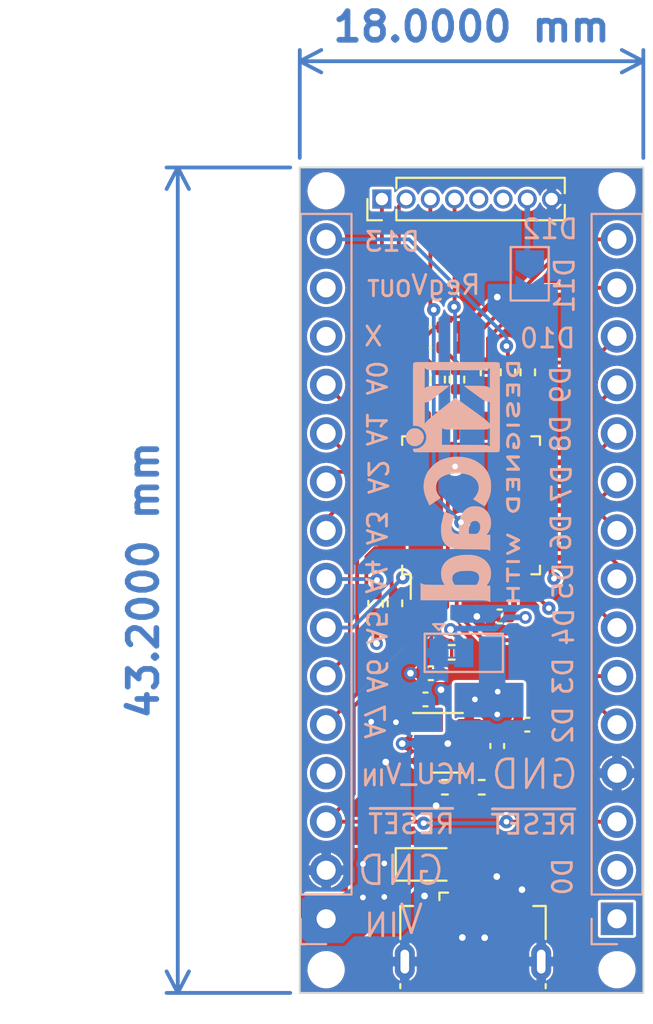
<source format=kicad_pcb>
(kicad_pcb (version 20221018) (generator pcbnew)
  (layers (0 "F.Cu" signal) (1 "In1.Cu" power "In1_GND.Cu") (2 "In2.Cu" signal) (31 "B.Cu" signal) (34 "B.Paste" user) (35 "F.Paste" user) (36 "B.SilkS" user "B.Silkscreen") (37 "F.SilkS" user "F.Silkscreen") (38 "B.Mask" user) (39 "F.Mask" user) (44 "Edge.Cuts" user))
  (net 0 "")
  (net 1 "/MCU_V_{IN}")
  (net 2 "GND")
  (net 3 "/V_{IN}")
  (net 4 "Net-(U301-ADJ)")
  (net 5 "/Regulator_V_{OUT}")
  (net 6 "/MCU_SWDCLK")
  (net 7 "/MCU_SWDIO")
  (net 8 "/MCU_SWO")
  (net 14 "/MCU/~{RESET}")
  (net 15 "/MCU/D1{slash}TX")
  (net 16 "/MCU/D0{slash}RX")
  (net 17 "/MCU/D2")
  (net 18 "/MCU/D3")
  (net 19 "/MCU/D4")
  (net 20 "/MCU/D5")
  (net 21 "/MCU/D6")
  (net 22 "/MCU/D7")
  (net 23 "/MCU/D8")
  (net 24 "/MCU/D9")
  (net 25 "/MCU/D10{slash}SPI_~{SS}")
  (net 26 "/MCU/D11{slash}MOSI")
  (net 27 "/MCU/D12{slash}MISO")
  (net 28 "/MCU/A7")
  (net 29 "/MCU/A6")
  (net 30 "/MCU/A5{slash}SCL")
  (net 31 "/MCU/A4{slash}SDA")
  (net 32 "/MCU/A3")
  (net 33 "/MCU/A2")
  (net 34 "/MCU/A1")
  (net 35 "/MCU/A0")
  (net 36 "/MCU/D13{slash}SCK")
  (net 37 "Net-(U201-P51)")
  (net 38 "Net-(U201-P50)")
  (net 43 "Net-(D101-A)")
  (net 47 "Net-(J105-Pin_7)")
  (net 48 "Net-(U201-P17)")
  (net 56 "/DEBUG_TX")
  (net 57 "/DEBUG_RX")
  (net 60 "Net-(D201-K)")
  (net 61 "Net-(D202-K)")
  (net 62 "/MCU/LED1")
  (net 63 "/MCU/LED2")
  (footprint "Connector_PinHeader_1.27mm:PinHeader_1x08_P1.27mm_Vertical" (layer "F.Cu") (at 94.615 50.3428 90)
    (fp_text reference "J105" hide)
    (fp_text value "Connection to DAPLink Board" hide)
    (pad "1" thru_hole rect (at 0 0 90) (size 1 1) (drill 0.65) (layers "*.Cu" "*.Mask") (net 56 "/DEBUG_TX"))
    (pad "2" thru_hole oval (at 0 1.27 90) (size 1 1) (drill 0.65) (layers "*.Cu" "*.Mask") (net 57 "/DEBUG_RX"))
    (pad "3" thru_hole oval (at 0 2.54 90) (size 1 1) (drill 0.65) (layers "*.Cu" "*.Mask") (net 6 "/MCU_SWDCLK"))
    (pad "4" thru_hole oval (at 0 3.81 90) (size 1 1) (drill 0.65) (layers "*.Cu" "*.Mask") (net 7 "/MCU_SWDIO"))
    (pad "5" thru_hole oval (at 0 5.08 90) (size 1 1) (drill 0.65) (layers "*.Cu" "*.Mask") (net 8 "/MCU_SWO"))
    (pad "6" thru_hole oval (at 0 6.35 90) (size 1 1) (drill 0.65) (layers "*.Cu" "*.Mask") (net 1 "/MCU_V_{IN}"))
    (pad "7" thru_hole oval (at 0 7.62 90) (size 1 1) (drill 0.65) (layers "*.Cu" "*.Mask") (net 47 "Net-(J105-Pin_7)"))
    (pad "8" thru_hole oval (at 0 8.89 90) (size 1 1) (drill 0.65) (layers "*.Cu" "*.Mask") (net 2 "GND"))
  )
  (footprint "Resistor_SMD:R_0402_1005Metric" (layer "F.Cu") (at 98.2726 74.0664)
    (fp_text reference "R201" hide)
    (fp_text value "100K" hide)
    (pad "1" smd roundrect (at -0.51 0) (size 0.54 0.64) (layers "F.Cu" "F.Paste" "F.Mask") (net 14 "/MCU/~{RESET}"))
    (pad "2" smd roundrect (at 0.51 0) (size 0.54 0.64) (layers "F.Cu" "F.Paste" "F.Mask") (net 1 "/MCU_V_{IN}"))
  )
  (footprint "Resistor_SMD:R_0402_1005Metric" (layer "F.Cu") (at 102.2604 59.4106 -90)
    (fp_text reference "R203" hide)
    (fp_text value "0R" hide)
    (pad "1" smd roundrect (at -0.51 0 270) (size 0.54 0.64) (layers "F.Cu" "F.Paste" "F.Mask") (net 25 "/MCU/D10{slash}SPI_~{SS}"))
    (pad "2" smd roundrect (at 0.51 0 270) (size 0.54 0.64) (layers "F.Cu" "F.Paste" "F.Mask") (net 38 "Net-(U201-P50)"))
  )
  (footprint "Capacitor_SMD:C_0402_1005Metric" (layer "F.Cu") (at 100.6602 78.9686 -90)
    (fp_text reference "C303" hide)
    (fp_text value "390pF" hide)
    (pad "1" smd roundrect (at -0.48 0 270) (size 0.56 0.62) (layers "F.Cu" "F.Paste" "F.Mask") (net 5 "/Regulator_V_{OUT}"))
    (pad "2" smd roundrect (at 0.48 0 270) (size 0.56 0.62) (layers "F.Cu" "F.Paste" "F.Mask") (net 4 "Net-(U301-ADJ)"))
  )
  (footprint "IotPi_ArduinoNanoMountingHoles:ArduinoNano_MountingHole" (layer "F.Cu") (at 106.934 49.911)
    (fp_text reference "H102" hide)
    (fp_text value "MountingHole" hide)
    (pad "" np_thru_hole circle locked (at 0 0) (size 1.651 1.651) (drill 1.651) (layers "F&B.Cu" "*.Mask"))
  )
  (footprint "Resistor_SMD:R_0402_1005Metric" (layer "F.Cu") (at 99.8474 81.1276)
    (fp_text reference "R301" hide)
    (fp_text value "56K2" hide)
    (pad "1" smd roundrect (at -0.51 0) (size 0.54 0.64) (layers "F.Cu" "F.Paste" "F.Mask") (net 4 "Net-(U301-ADJ)"))
    (pad "2" smd roundrect (at 0.51 0) (size 0.54 0.64) (layers "F.Cu" "F.Paste" "F.Mask") (net 5 "/Regulator_V_{OUT}"))
  )
  (footprint "Capacitor_SMD:C_0402_1005Metric" (layer "F.Cu") (at 97.1804 75.1586 180)
    (fp_text reference "C201" hide)
    (fp_text value "0.1u" hide)
    (pad "1" smd roundrect (at -0.48 0 180) (size 0.56 0.62) (layers "F.Cu" "F.Paste" "F.Mask") (net 14 "/MCU/~{RESET}"))
    (pad "2" smd roundrect (at 0.48 0 180) (size 0.56 0.62) (layers "F.Cu" "F.Paste" "F.Mask") (net 2 "GND"))
  )
  (footprint "Resistor_SMD:R_0402_1005Metric" (layer "F.Cu") (at 94.2848 71.5264 -90)
    (fp_text reference "R205" hide)
    (fp_text value "2K" hide)
    (pad "1" smd roundrect (at -0.51 0 270) (size 0.54 0.64) (layers "F.Cu" "F.Paste" "F.Mask") (net 31 "/MCU/A4{slash}SDA"))
    (pad "2" smd roundrect (at 0.51 0 270) (size 0.54 0.64) (layers "F.Cu" "F.Paste" "F.Mask") (net 1 "/MCU_V_{IN}"))
  )
  (footprint "Resistor_SMD:R_0402_1005Metric" (layer "F.Cu") (at 98.552 59.7916 -90)
    (fp_text reference "R208" hide)
    (fp_text value "200R" hide)
    (pad "1" smd roundrect (at -0.51 0 270) (size 0.54 0.64) (layers "F.Cu" "F.Paste" "F.Mask") (net 61 "Net-(D202-K)"))
    (pad "2" smd roundrect (at 0.51 0 270) (size 0.54 0.64) (layers "F.Cu" "F.Paste" "F.Mask") (net 63 "/MCU/LED2"))
  )
  (footprint "Package_QFP:LQFP-48_7x7mm_P0.5mm" (layer "F.Cu") (at 99.2886 66.3702 90)
    (fp_text reference "U201" hide)
    (fp_text value "CMS32L051LQ48" hide)
    (pad "1" smd roundrect (at -4.1625 -2.75 90) (size 1.475 0.3) (layers "F.Cu" "F.Paste" "F.Mask"))
    (pad "2" smd roundrect (at -4.1625 -2.25 90) (size 1.475 0.3) (layers "F.Cu" "F.Paste" "F.Mask"))
    (pad "3" smd roundrect (at -4.1625 -1.75 90) (size 1.475 0.3) (layers "F.Cu" "F.Paste" "F.Mask") (net 7 "/MCU_SWDIO"))
    (pad "4" smd roundrect (at -4.1625 -1.25 90) (size 1.475 0.3) (layers "F.Cu" "F.Paste" "F.Mask") (net 14 "/MCU/~{RESET}"))
    (pad "5" smd roundrect (at -4.1625 -0.75 90) (size 1.475 0.3) (layers "F.Cu" "F.Paste" "F.Mask") (net 17 "/MCU/D2"))
    (pad "6" smd roundrect (at -4.1625 -0.25 90) (size 1.475 0.3) (layers "F.Cu" "F.Paste" "F.Mask"))
    (pad "7" smd roundrect (at -4.1625 0.25 90) (size 1.475 0.3) (layers "F.Cu" "F.Paste" "F.Mask") (net 6 "/MCU_SWDCLK"))
    (pad "8" smd roundrect (at -4.1625 0.75 90) (size 1.475 0.3) (layers "F.Cu" "F.Paste" "F.Mask"))
    (pad "9" smd roundrect (at -4.1625 1.25 90) (size 1.475 0.3) (layers "F.Cu" "F.Paste" "F.Mask"))
    (pad "10" smd roundrect (at -4.1625 1.75 90) (size 1.475 0.3) (layers "F.Cu" "F.Paste" "F.Mask") (net 2 "GND"))
    (pad "11" smd roundrect (at -4.1625 2.25 90) (size 1.475 0.3) (layers "F.Cu" "F.Paste" "F.Mask") (net 1 "/MCU_V_{IN}"))
    (pad "12" smd roundrect (at -4.1625 2.75 90) (size 1.475 0.3) (layers "F.Cu" "F.Paste" "F.Mask"))
    (pad "13" smd roundrect (at -2.75 4.1625 90) (size 0.3 1.475) (layers "F.Cu" "F.Paste" "F.Mask") (net 16 "/MCU/D0{slash}RX"))
    (pad "14" smd roundrect (at -2.25 4.1625 90) (size 0.3 1.475) (layers "F.Cu" "F.Paste" "F.Mask") (net 15 "/MCU/D1{slash}TX"))
    (pad "15" smd roundrect (at -1.75 4.1625 90) (size 0.3 1.475) (layers "F.Cu" "F.Paste" "F.Mask") (net 18 "/MCU/D3"))
    (pad "16" smd roundrect (at -1.25 4.1625 90) (size 0.3 1.475) (layers "F.Cu" "F.Paste" "F.Mask") (net 19 "/MCU/D4"))
    (pad "17" smd roundrect (at -0.75 4.1625 90) (size 0.3 1.475) (layers "F.Cu" "F.Paste" "F.Mask") (net 20 "/MCU/D5"))
    (pad "18" smd roundrect (at -0.25 4.1625 90) (size 0.3 1.475) (layers "F.Cu" "F.Paste" "F.Mask") (net 21 "/MCU/D6"))
    (pad "19" smd roundrect (at 0.25 4.1625 90) (size 0.3 1.475) (layers "F.Cu" "F.Paste" "F.Mask") (net 22 "/MCU/D7"))
    (pad "20" smd roundrect (at 0.75 4.1625 90) (size 0.3 1.475) (layers "F.Cu" "F.Paste" "F.Mask") (net 23 "/MCU/D8"))
    (pad "21" smd roundrect (at 1.25 4.1625 90) (size 0.3 1.475) (layers "F.Cu" "F.Paste" "F.Mask") (net 24 "/MCU/D9"))
    (pad "22" smd roundrect (at 1.75 4.1625 90) (size 0.3 1.475) (layers "F.Cu" "F.Paste" "F.Mask"))
    (pad "23" smd roundrect (at 2.25 4.1625 90) (size 0.3 1.475) (layers "F.Cu" "F.Paste" "F.Mask"))
    (pad "24" smd roundrect (at 2.75 4.1625 90) (size 0.3 1.475) (layers "F.Cu" "F.Paste" "F.Mask"))
    (pad "25" smd roundrect (at 4.1625 2.75 90) (size 1.475 0.3) (layers "F.Cu" "F.Paste" "F.Mask") (net 38 "Net-(U201-P50)"))
    (pad "26" smd roundrect (at 4.1625 2.25 90) (size 1.475 0.3) (layers "F.Cu" "F.Paste" "F.Mask") (net 37 "Net-(U201-P51)"))
    (pad "27" smd roundrect (at 4.1625 1.75 90) (size 1.475 0.3) (layers "F.Cu" "F.Paste" "F.Mask") (net 48 "Net-(U201-P17)"))
    (pad "28" smd roundrect (at 4.1625 1.25 90) (size 1.475 0.3) (layers "F.Cu" "F.Paste" "F.Mask") (net 27 "/MCU/D12{slash}MISO"))
    (pad "29" smd roundrect (at 4.1625 0.75 90) (size 1.475 0.3) (layers "F.Cu" "F.Paste" "F.Mask"))
    (pad "30" smd roundrect (at 4.1625 0.25 90) (size 1.475 0.3) (layers "F.Cu" "F.Paste" "F.Mask"))
    (pad "31" smd roundrect (at 4.1625 -0.25 90) (size 1.475 0.3) (layers "F.Cu" "F.Paste" "F.Mask"))
    (pad "32" smd roundrect (at 4.1625 -0.75 90) (size 1.475 0.3) (layers "F.Cu" "F.Paste" "F.Mask"))
    (pad "33" smd roundrect (at 4.1625 -1.25 90) (size 1.475 0.3) (layers "F.Cu" "F.Paste" "F.Mask") (net 63 "/MCU/LED2"))
    (pad "34" smd roundrect (at 4.1625 -1.75 90) (size 1.475 0.3) (layers "F.Cu" "F.Paste" "F.Mask") (net 62 "/MCU/LED1"))
    (pad "35" smd roundrect (at 4.1625 -2.25 90) (size 1.475 0.3) (layers "F.Cu" "F.Paste" "F.Mask") (net 57 "/DEBUG_RX"))
    (pad "36" smd roundrect (at 4.1625 -2.75 90) (size 1.475 0.3) (layers "F.Cu" "F.Paste" "F.Mask") (net 56 "/DEBUG_TX"))
    (pad "37" smd roundrect (at 2.75 -4.1625 90) (size 0.3 1.475) (layers "F.Cu" "F.Paste" "F.Mask") (net 35 "/MCU/A0"))
    (pad "38" smd roundrect (at 2.25 -4.1625 90) (size 0.3 1.475) (layers "F.Cu" "F.Paste" "F.Mask") (net 34 "/MCU/A1"))
    (pad "39" smd roundrect (at 1.75 -4.1625 90) (size 0.3 1.475) (layers "F.Cu" "F.Paste" "F.Mask") (net 33 "/MCU/A2"))
    (pad "40" smd roundrect (at 1.25 -4.1625 90) (size 0.3 1.475) (layers "F.Cu" "F.Paste" "F.Mask") (net 32 "/MCU/A3"))
    (pad "41" smd roundrect (at 0.75 -4.1625 90) (size 0.3 1.475) (layers "F.Cu" "F.Paste" "F.Mask") (net 29 "/MCU/A6"))
    (pad "42" smd roundrect (at 0.25 -4.1625 90) (size 0.3 1.475) (layers "F.Cu" "F.Paste" "F.Mask") (net 28 "/MCU/A7"))
    (pad "43" smd roundrect (at -0.25 -4.1625 90) (size 0.3 1.475) (layers "F.Cu" "F.Paste" "F.Mask"))
    (pad "44" smd roundrect (at -0.75 -4.1625 90) (size 0.3 1.475) (layers "F.Cu" "F.Paste" "F.Mask"))
    (pad "45" smd roundrect (at -1.25 -4.1625 90) (size 0.3 1.475) (layers "F.Cu" "F.Paste" "F.Mask"))
    (pad "46" smd roundrect (at -1.75 -4.1625 90) (size 0.3 1.475) (layers "F.Cu" "F.Paste" "F.Mask"))
    (pad "47" smd roundrect (at -2.25 -4.1625 90) (size 0.3 1.475) (layers "F.Cu" "F.Paste" "F.Mask") (net 31 "/MCU/A4{slash}SDA"))
    (pad "48" smd roundrect (at -2.75 -4.1625 90) (size 0.3 1.475) (layers "F.Cu" "F.Paste" "F.Mask") (net 30 "/MCU/A5{slash}SCL"))
  )
  (footprint "Resistor_SMD:R_0402_1005Metric" (layer "F.Cu") (at 97.917 81.1276 180)
    (fp_text reference "R302" hide)
    (fp_text value "18K" hide)
    (pad "1" smd roundrect (at -0.51 0 180) (size 0.54 0.64) (layers "F.Cu" "F.Paste" "F.Mask") (net 4 "Net-(U301-ADJ)"))
    (pad "2" smd roundrect (at 0.51 0 180) (size 0.54 0.64) (layers "F.Cu" "F.Paste" "F.Mask") (net 2 "GND"))
  )
  (footprint "Resistor_SMD:R_0402_1005Metric" (layer "F.Cu") (at 101.219 59.4106 -90)
    (fp_text reference "R202" hide)
    (fp_text value "0R" hide)
    (pad "1" smd roundrect (at -0.51 0 270) (size 0.54 0.64) (layers "F.Cu" "F.Paste" "F.Mask") (net 36 "/MCU/D13{slash}SCK"))
    (pad "2" smd roundrect (at 0.51 0 270) (size 0.54 0.64) (layers "F.Cu" "F.Paste" "F.Mask") (net 37 "Net-(U201-P51)"))
  )
  (footprint "LED_SMD:LED_0402_1005Metric" (layer "F.Cu") (at 98.2472 58.1152)
    (fp_text reference "D202" hide)
    (fp_text value "LED" hide)
    (pad "1" smd roundrect (at -0.485 0) (size 0.59 0.64) (layers "F.Cu" "F.Paste" "F.Mask") (net 61 "Net-(D202-K)"))
    (pad "2" smd roundrect (at 0.485 0) (size 0.59 0.64) (layers "F.Cu" "F.Paste" "F.Mask") (net 3 "/V_{IN}"))
  )
  (footprint "Capacitor_SMD:C_0402_1005Metric" (layer "F.Cu") (at 100.7872 72.1868 180)
    (fp_text reference "C101" hide)
    (fp_text value "0.1u" hide)
    (pad "1" smd roundrect (at -0.48 0 180) (size 0.56 0.62) (layers "F.Cu" "F.Paste" "F.Mask") (net 1 "/MCU_V_{IN}"))
    (pad "2" smd roundrect (at 0.48 0 180) (size 0.56 0.62) (layers "F.Cu" "F.Paste" "F.Mask") (net 2 "GND"))
  )
  (footprint "IotPi_ArduinoNanoMountingHoles:ArduinoNano_MountingHole" (layer "F.Cu") (at 91.694 49.911)
    (fp_text reference "H101" hide)
    (fp_text value "MountingHole" hide)
    (pad "" np_thru_hole circle locked (at 0 0) (size 1.651 1.651) (drill 1.651) (layers "F&B.Cu" "*.Mask"))
  )
  (footprint "Resistor_SMD:R_0402_1005Metric" (layer "F.Cu") (at 95.3008 71.501 -90)
    (fp_text reference "R206" hide)
    (fp_text value "2K" hide)
    (pad "1" smd roundrect (at -0.51 0 270) (size 0.54 0.64) (layers "F.Cu" "F.Paste" "F.Mask") (net 30 "/MCU/A5{slash}SCL"))
    (pad "2" smd roundrect (at 0.51 0 270) (size 0.54 0.64) (layers "F.Cu" "F.Paste" "F.Mask") (net 1 "/MCU_V_{IN}"))
  )
  (footprint "IotPi_ArduinoNanoMountingHoles:ArduinoNano_MountingHole" (layer "F.Cu") (at 91.694 90.678)
    (fp_text reference "H103" hide)
    (fp_text value "MountingHole" hide)
    (pad "" np_thru_hole circle locked (at 0 0) (size 1.651 1.651) (drill 1.651) (layers "F&B.Cu" "*.Mask"))
  )
  (footprint "Resistor_SMD:R_0402_1005Metric" (layer "F.Cu") (at 100.1776 59.4106 -90)
    (fp_text reference "R204" hide)
    (fp_text value "0R" hide)
    (pad "1" smd roundrect (at -0.51 0 270) (size 0.54 0.64) (layers "F.Cu" "F.Paste" "F.Mask") (net 26 "/MCU/D11{slash}MOSI"))
    (pad "2" smd roundrect (at 0.51 0 270) (size 0.54 0.64) (layers "F.Cu" "F.Paste" "F.Mask") (net 48 "Net-(U201-P17)"))
  )
  (footprint "LED_SMD:LED_0402_1005Metric" (layer "F.Cu") (at 98.2472 57.0484)
    (fp_text reference "D201" hide)
    (fp_text value "LED" hide)
    (pad "1" smd roundrect (at -0.485 0) (size 0.59 0.64) (layers "F.Cu" "F.Paste" "F.Mask") (net 60 "Net-(D201-K)"))
    (pad "2" smd roundrect (at 0.485 0) (size 0.59 0.64) (layers "F.Cu" "F.Paste" "F.Mask") (net 3 "/V_{IN}"))
  )
  (footprint "IotPi_ArduinoNanoMountingHoles:ArduinoNano_MountingHole" (layer "F.Cu") (at 106.934 90.678)
    (fp_text reference "H104" hide)
    (fp_text value "MountingHole" hide)
    (pad "" np_thru_hole circle locked (at 0 0) (size 1.651 1.651) (drill 1.651) (layers "F&B.Cu" "*.Mask"))
  )
  (footprint "Package_TO_SOT_SMD:SOT-23-5" (layer "F.Cu") (at 98.0535 78.802)
    (fp_text reference "U301" hide)
    (fp_text value "AP2127K-ADJ" hide)
    (pad "1" smd roundrect (at -1.1375 -0.95) (size 1.325 0.6) (layers "F.Cu" "F.Paste" "F.Mask") (net 3 "/V_{IN}"))
    (pad "2" smd roundrect (at -1.1375 0) (size 1.325 0.6) (layers "F.Cu" "F.Paste" "F.Mask") (net 2 "GND"))
    (pad "3" smd roundrect (at -1.1375 0.95) (size 1.325 0.6) (layers "F.Cu" "F.Paste" "F.Mask") (net 3 "/V_{IN}"))
    (pad "4" smd roundrect (at 1.1375 0.95) (size 1.325 0.6) (layers "F.Cu" "F.Paste" "F.Mask") (net 4 "Net-(U301-ADJ)"))
    (pad "5" smd roundrect (at 1.1375 -0.95) (size 1.325 0.6) (layers "F.Cu" "F.Paste" "F.Mask") (net 5 "/Regulator_V_{OUT}"))
  )
  (footprint "Connector_USB:USB_Micro-B_GCT_USB3076-30-A" (layer "F.Cu") (at 99.3902 89.0524)
    (fp_text reference "J103" hide)
    (fp_text value "USB_B_Micro" hide)
    (pad "1" smd rect (at -1.3 -1.45) (size 0.4 1.4) (layers "F.Cu" "F.Paste" "F.Mask") (net 43 "Net-(D101-A)"))
    (pad "2" smd rect (at -0.65 -1.45) (size 0.4 1.4) (layers "F.Cu" "F.Paste" "F.Mask"))
    (pad "3" smd rect (at 0 -1.45) (size 0.4 1.4) (layers "F.Cu" "F.Paste" "F.Mask"))
    (pad "4" smd rect (at 0.65 -1.45) (size 0.4 1.4) (layers "F.Cu" "F.Paste" "F.Mask"))
    (pad "5" smd rect (at 1.3 -1.45) (size 0.4 1.4) (layers "F.Cu" "F.Paste" "F.Mask") (net 2 "GND"))
    (pad "6" thru_hole oval (at -3.575 1.2 180) (size 1.05 1.9) (drill oval 0.45 1.25) (layers "*.Cu" "*.Mask") (net 2 "GND"))
    (pad "6" smd rect (at -2.32 -1.03) (size 1.15 1.45) (layers "F.Cu" "F.Paste" "F.Mask") (net 2 "GND"))
    (pad "6" smd rect (at -1.125 1.2) (size 1.75 1.9) (layers "F.Cu" "F.Paste" "F.Mask") (net 2 "GND"))
    (pad "6" smd rect (at 1.125 1.2) (size 1.75 1.9) (layers "F.Cu" "F.Paste" "F.Mask") (net 2 "GND"))
    (pad "6" smd rect (at 2.32 -1.03) (size 1.15 1.45) (layers "F.Cu" "F.Paste" "F.Mask") (net 2 "GND"))
    (pad "6" thru_hole oval (at 3.575 1.2) (size 1.05 1.9) (drill oval 0.45 1.25) (layers "*.Cu" "*.Mask") (net 2 "GND"))
  )
  (footprint "Capacitor_SMD:C_0402_1005Metric" (layer "F.Cu") (at 96.901 76.5302)
    (fp_text reference "C301" hide)
    (fp_text value "1uF" hide)
    (pad "1" smd roundrect (at -0.48 0) (size 0.56 0.62) (layers "F.Cu" "F.Paste" "F.Mask") (net 3 "/V_{IN}"))
    (pad "2" smd roundrect (at 0.48 0) (size 0.56 0.62) (layers "F.Cu" "F.Paste" "F.Mask") (net 2 "GND"))
  )
  (footprint "Resistor_SMD:R_0402_1005Metric" (layer "F.Cu") (at 97.536 59.7916 -90)
    (fp_text reference "R207" hide)
    (fp_text value "200R" hide)
    (pad "1" smd roundrect (at -0.51 0 270) (size 0.54 0.64) (layers "F.Cu" "F.Paste" "F.Mask") (net 60 "Net-(D201-K)"))
    (pad "2" smd roundrect (at 0.51 0 270) (size 0.54 0.64) (layers "F.Cu" "F.Paste" "F.Mask") (net 62 "/MCU/LED1"))
  )
  (footprint "Capacitor_SMD:C_0402_1005Metric" (layer "F.Cu") (at 102.235 77.851)
    (fp_text reference "C302" hide)
    (fp_text value "1uF X5R or X7R MLCC" hide)
    (pad "1" smd roundrect (at -0.48 0) (size 0.56 0.62) (layers "F.Cu" "F.Paste" "F.Mask") (net 5 "/Regulator_V_{OUT}"))
    (pad "2" smd roundrect (at 0.48 0) (size 0.56 0.62) (layers "F.Cu" "F.Paste" "F.Mask") (net 2 "GND"))
  )
  (footprint "Diode_SMD:D_SOD-323" (layer "F.Cu") (at 96.9518 85.1662)
    (fp_text reference "D101" hide)
    (fp_text value "1N5819WS" hide)
    (pad "1" smd roundrect (at -1.05 0) (size 0.6 0.45) (layers "F.Cu" "F.Paste" "F.Mask") (net 3 "/V_{IN}"))
    (pad "2" smd roundrect (at 1.05 0) (size 0.6 0.45) (layers "F.Cu" "F.Paste" "F.Mask") (net 43 "Net-(D101-A)"))
  )
  (footprint "Connector_PinHeader_2.54mm:PinHeader_1x15_P2.54mm_Vertical" (layer "B.Cu") (at 106.934 88.011)
    (fp_text reference "J101" hide)
    (fp_text value "Board Pin" hide)
    (pad "1" thru_hole rect locked (at 0 0) (size 1.7 1.7) (drill 1) (layers "*.Cu" "*.Mask") (net 15 "/MCU/D1{slash}TX"))
    (pad "2" thru_hole oval locked (at 0 -2.54) (size 1.7 1.7) (drill 1) (layers "*.Cu" "*.Mask") (net 16 "/MCU/D0{slash}RX"))
    (pad "3" thru_hole oval locked (at 0 -5.08) (size 1.7 1.7) (drill 1) (layers "*.Cu" "*.Mask") (net 14 "/MCU/~{RESET}"))
    (pad "4" thru_hole oval locked (at 0 -7.62) (size 1.7 1.7) (drill 1) (layers "*.Cu" "*.Mask") (net 2 "GND"))
    (pad "5" thru_hole oval locked (at 0 -10.16) (size 1.7 1.7) (drill 1) (layers "*.Cu" "*.Mask") (net 17 "/MCU/D2"))
    (pad "6" thru_hole oval locked (at 0 -12.7) (size 1.7 1.7) (drill 1) (layers "*.Cu" "*.Mask") (net 18 "/MCU/D3"))
    (pad "7" thru_hole oval locked (at 0 -15.24) (size 1.7 1.7) (drill 1) (layers "*.Cu" "*.Mask") (net 19 "/MCU/D4"))
    (pad "8" thru_hole oval locked (at 0 -17.78) (size 1.7 1.7) (drill 1) (layers "*.Cu" "*.Mask") (net 20 "/MCU/D5"))
    (pad "9" thru_hole oval locked (at 0 -20.32) (size 1.7 1.7) (drill 1) (layers "*.Cu" "*.Mask") (net 21 "/MCU/D6"))
    (pad "10" thru_hole oval locked (at 0 -22.86) (size 1.7 1.7) (drill 1) (layers "*.Cu" "*.Mask") (net 22 "/MCU/D7"))
    (pad "11" thru_hole oval locked (at 0 -25.4) (size 1.7 1.7) (drill 1) (layers "*.Cu" "*.Mask") (net 23 "/MCU/D8"))
    (pad "12" thru_hole oval locked (at 0 -27.94) (size 1.7 1.7) (drill 1) (layers "*.Cu" "*.Mask") (net 24 "/MCU/D9"))
    (pad "13" thru_hole oval locked (at 0 -30.48) (size 1.7 1.7) (drill 1) (layers "*.Cu" "*.Mask") (net 25 "/MCU/D10{slash}SPI_~{SS}"))
    (pad "14" thru_hole oval locked (at 0 -33.02) (size 1.7 1.7) (drill 1) (layers "*.Cu" "*.Mask") (net 26 "/MCU/D11{slash}MOSI"))
    (pad "15" thru_hole oval locked (at 0 -35.56) (size 1.7 1.7) (drill 1) (layers "*.Cu" "*.Mask") (net 27 "/MCU/D12{slash}MISO"))
  )
  (footprint "Connector_PinHeader_2.54mm:PinHeader_1x15_P2.54mm_Vertical" (layer "B.Cu") (at 91.694 88.011)
    (fp_text reference "J102" hide)
    (fp_text value "Board Pin" hide)
    (pad "1" thru_hole rect locked (at 0 0) (size 1.7 1.7) (drill 1) (layers "*.Cu" "*.Mask") (net 3 "/V_{IN}"))
    (pad "2" thru_hole oval locked (at 0 -2.54) (size 1.7 1.7) (drill 1) (layers "*.Cu" "*.Mask") (net 2 "GND"))
    (pad "3" thru_hole oval locked (at 0 -5.08) (size 1.7 1.7) (drill 1) (layers "*.Cu" "*.Mask") (net 14 "/MCU/~{RESET}"))
    (pad "4" thru_hole oval locked (at 0 -7.62) (size 1.7 1.7) (drill 1) (layers "*.Cu" "*.Mask") (net 1 "/MCU_V_{IN}"))
    (pad "5" thru_hole oval locked (at 0 -10.16) (size 1.7 1.7) (drill 1) (layers "*.Cu" "*.Mask") (net 28 "/MCU/A7"))
    (pad "6" thru_hole oval locked (at 0 -12.7) (size 1.7 1.7) (drill 1) (layers "*.Cu" "*.Mask") (net 29 "/MCU/A6"))
    (pad "7" thru_hole oval locked (at 0 -15.24) (size 1.7 1.7) (drill 1) (layers "*.Cu" "*.Mask") (net 30 "/MCU/A5{slash}SCL"))
    (pad "8" thru_hole oval locked (at 0 -17.78) (size 1.7 1.7) (drill 1) (layers "*.Cu" "*.Mask") (net 31 "/MCU/A4{slash}SDA"))
    (pad "9" thru_hole oval locked (at 0 -20.32) (size 1.7 1.7) (drill 1) (layers "*.Cu" "*.Mask") (net 32 "/MCU/A3"))
    (pad "10" thru_hole oval locked (at 0 -22.86) (size 1.7 1.7) (drill 1) (layers "*.Cu" "*.Mask") (net 33 "/MCU/A2"))
    (pad "11" thru_hole oval locked (at 0 -25.4) (size 1.7 1.7) (drill 1) (layers "*.Cu" "*.Mask") (net 34 "/MCU/A1"))
    (pad "12" thru_hole oval locked (at 0 -27.94) (size 1.7 1.7) (drill 1) (layers "*.Cu" "*.Mask") (net 35 "/MCU/A0"))
    (pad "13" thru_hole oval locked (at 0 -30.48) (size 1.7 1.7) (drill 1) (layers "*.Cu" "*.Mask"))
    (pad "14" thru_hole oval locked (at 0 -33.02) (size 1.7 1.7) (drill 1) (layers "*.Cu" "*.Mask") (net 5 "/Regulator_V_{OUT}"))
    (pad "15" thru_hole oval locked (at 0 -35.56) (size 1.7 1.7) (drill 1) (layers "*.Cu" "*.Mask") (net 36 "/MCU/D13{slash}SCK"))
  )
  (footprint "Symbol:KiCad-Logo2_5mm_SilkScreen" (layer "B.Cu") (at 98.8568 65.151 -90)
    (fp_text reference "REF**" hide)
    (fp_text value "KiCad-Logo2_5mm_SilkScreen" hide)
  )
  (footprint "Jumper:SolderJumper-3_P1.3mm_Bridged2Bar12_Pad1.0x1.5mm" (layer "B.Cu") (at 98.9076 74.0918)
    (fp_text reference "JP101" hide)
    (fp_text value "V_{IN} Jumper" hide)
    (fp_poly (pts (xy -0.9 -0.2) (xy -0.4 -0.2) (xy -0.4 -0.6) (xy -0.9 -0.6)) (fill solid) (layer "B.Cu"))
    (fp_poly (pts (xy -0.9 0.6) (xy -0.4 0.6) (xy -0.4 0.2) (xy -0.9 0.2)) (fill solid) (layer "B.Cu"))
    (pad "1" smd rect (at -1.3 0) (size 1 1.5) (layers "B.Cu" "B.Mask") (net 3 "/V_{IN}"))
    (pad "2" smd rect (at 0 0) (size 1 1.5) (layers "B.Cu" "B.Mask") (net 1 "/MCU_V_{IN}"))
    (pad "3" smd rect (at 1.3 0) (size 1 1.5) (layers "B.Cu" "B.Mask") (net 5 "/Regulator_V_{OUT}"))
  )
  (footprint "Jumper:SolderJumper-2_P1.3mm_Open_TrianglePad1.0x1.5mm" (layer "B.Cu") (at 102.362 54.2544 -90)
    (fp_text reference "JP102" hide)
    (fp_text value "SWDIO Jumper" hide)
    (pad "1" smd custom (at -0.725 0 270) (size 0.3 0.3) (layers "B.Cu" "B.Mask") (net 47 "Net-(J105-Pin_7)") (options (clearance outline) (anchor rect)) (primitives (gr_poly (pts (xy 1 0) (xy 0.5 -0.75) (xy -0.5 -0.75) (xy -0.5 0.75) (xy 0.5 0.75)) (width 0) (fill yes))))
    (pad "2" smd custom (at 0.725 0 270) (size 0.3 0.3) (layers "B.Cu" "B.Mask") (net 3 "/V_{IN}") (options (clearance outline) (anchor rect)) (primitives (gr_poly (pts (xy 0.5 -0.75) (xy -0.65 -0.75) (xy -0.15 0) (xy -0.65 0.75) (xy 0.5 0.75)) (width 0) (fill yes))))
  )
  (gr_rect locked (start 90.314 48.691) (end 108.314 91.891) (stroke (width 0.1)) (fill none) (layer "Edge.Cuts"))
  (gr_text "D0" (at 104.6734 84.7344 90) (layer "B.SilkS") (effects (font (size 1 1)) (justify left bottom mirror)))
  (gr_text "D2" (at 104.6988 76.8096 90) (layer "B.SilkS") (effects (font (size 1 1)) (justify left bottom mirror)))
  (gr_text "GND" (at 105.0036 81.3308) (layer "B.SilkS") (effects (font (size 1.5 1.5)) (justify left bottom mirror)))
  (gr_text "D7" (at 104.6226 64.1604 90) (layer "B.SilkS") (effects (font (size 1 1)) (justify left bottom mirror)))
  (gr_text "D12" (at 104.9782 52.5018) (layer "B.SilkS") (effects (font (size 1 1)) (justify left bottom mirror)))
  (gr_text "A1" (at 93.726 63.373 -90) (layer "B.SilkS") (effects (font (size 1 1)) (justify left bottom mirror)))
  (gr_text "GND" (at 97.9932 86.36) (layer "B.SilkS") (effects (font (size 1.5 1.5)) (justify left bottom mirror)))
  (gr_text "MCU_V_{IN}" (at 99.695 81.026) (layer "B.SilkS") (effects (font (size 1 1)) (justify left bottom mirror)))
  (gr_text "~{RESET}" (at 104.9274 83.6676) (layer "B.SilkS") (effects (font (size 1 1)) (justify left bottom mirror)))
  (gr_text "X" (at 94.742 58.1152) (layer "B.SilkS") (effects (font (size 1 1)) (justify left bottom mirror)))
  (gr_text "D10" (at 104.8512 58.2168) (layer "B.SilkS") (effects (font (size 1 1)) (justify left bottom mirror)))
  (gr_text "A4" (at 93.6752 71.0946 -90) (layer "B.SilkS") (effects (font (size 1 1)) (justify left bottom mirror)))
  (gr_text "A5" (at 93.726 73.7616 -90) (layer "B.SilkS") (effects (font (size 1 1)) (justify left bottom mirror)))
  (gr_text "D11" (at 104.775 53.3146 90) (layer "B.SilkS") (effects (font (size 1 1)) (justify left bottom mirror)))
  (gr_text "D9" (at 104.5718 58.9788 90) (layer "B.SilkS") (effects (font (size 1 1)) (justify left bottom mirror)))
  (gr_text "D4" (at 104.7496 71.6534 90) (layer "B.SilkS") (effects (font (size 1 1)) (justify left bottom mirror)))
  (gr_text "RegV_{OUT}" (at 99.8728 55.4228) (layer "B.SilkS") (effects (font (size 1 1)) (justify left bottom mirror)))
  (gr_text "A0" (at 93.726 60.706 -90) (layer "B.SilkS") (effects (font (size 1 1)) (justify left bottom mirror)))
  (gr_text "A6" (at 93.7514 76.2762 -90) (layer "B.SilkS") (effects (font (size 1 1)) (justify left bottom mirror)))
  (gr_text "D6" (at 104.5972 66.7258 90) (layer "B.SilkS") (effects (font (size 1 1)) (justify left bottom mirror)))
  (gr_text "V_{IN}" (at 96.901 88.9254) (layer "B.SilkS") (effects (font (size 1.5 1.5)) (justify left bottom mirror)))
  (gr_text "D5" (at 104.6988 69.2658 90) (layer "B.SilkS") (effects (font (size 1 1)) (justify left bottom mirror)))
  (gr_text "D3" (at 104.6988 74.2442 90) (layer "B.SilkS") (effects (font (size 1 1)) (justify left bottom mirror)))
  (gr_text "A7" (at 93.6244 78.6892 -90) (layer "B.SilkS") (effects (font (size 1 1)) (justify left bottom mirror)))
  (gr_text "A2" (at 93.8022 65.8876 -90) (layer "B.SilkS") (effects (font (size 1 1)) (justify left bottom mirror)))
  (gr_text "~{RESET}" (at 98.5266 83.6422) (layer "B.SilkS") (effects (font (size 1 1)) (justify left bottom mirror)))
  (gr_text "D8" (at 104.5718 61.5442 90) (layer "B.SilkS") (effects (font (size 1 1)) (justify left bottom mirror)))
  (gr_text "A3" (at 93.726 68.5546 -90) (layer "B.SilkS") (effects (font (size 1 1)) (justify left bottom mirror)))
  (gr_text "D13" (at 96.6978 53.1622) (layer "B.SilkS") (effects (font (size 1 1)) (justify left bottom mirror)))
  (dimension (type aligned) (layer "B.Cu") (pts (xy 90.314 91.891) (xy 90.314 48.691)) (height -6.3924) (gr_text "43.2000 mm" (at 82.1216 70.291 90) (layer "B.Cu") (effects (font (size 1.5 1.5) (thickness 0.3)))) (format (prefix "") (suffix "") (units 3) (units_format 1) (precision 4)) (style (thickness 0.2) (arrow_length 1.27) (text_position_mode 0) (extension_height 0.58642) (extension_offset 0.5) keep_text_aligned))
  (dimension (type aligned) (layer "B.Cu") (pts (xy 90.314 48.691) (xy 108.314 48.691)) (height -5.5618) (gr_text "18.0000 mm" (at 99.314 41.3292) (layer "B.Cu") (effects (font (size 1.5 1.5) (thickness 0.3)))) (format (prefix "") (suffix "") (units 3) (units_format 1) (precision 4)) (style (thickness 0.2) (arrow_length 1.27) (text_position_mode 0) (extension_height 0.58642) (extension_offset 0.5) keep_text_aligned))
  (segment (start 94.3356 72.9762) (end 95.3008 72.011) (width 0.3) (layer "F.Cu") (net 1))
  (segment (start 98.210598 72.868373) (end 98.7826 73.440375) (width 0.3) (layer "F.Cu") (net 1))
  (segment (start 98.7826 73.440375) (end 98.7826 74.0664) (width 0.3) (layer "F.Cu") (net 1))
  (segment (start 94.3356 73.6092) (end 94.3356 72.9762) (width 0.3) (layer "F.Cu") (net 1))
  (segment (start 94.3356 72.0872) (end 94.2848 72.0364) (width 0.3) (layer "F.Cu") (net 1))
  (segment (start 101.318 72.2376) (end 101.2672 72.1868) (width 0.3) (layer "F.Cu") (net 1))
  (segment (start 101.5386 70.5327) (end 101.5386 71.9154) (width 0.3) (layer "F.Cu") (net 1))
  (segment (start 94.3356 73.6092) (end 94.3356 72.0872) (width 0.3) (layer "F.Cu") (net 1))
  (segment (start 102.1334 72.2376) (end 101.318 72.2376) (width 0.3) (layer "F.Cu") (net 1))
  (segment (start 101.5386 71.9154) (end 101.2672 72.1868) (width 0.3) (layer "F.Cu") (net 1))
  (via (at 98.210598 72.868373) (size 0.67) (drill 0.35) (layers "F.Cu" "B.Cu") (net 1))
  (via (at 94.3356 73.6092) (size 0.67) (drill 0.35) (layers "F.Cu" "B.Cu") (net 1))
  (via (at 102.1334 72.2376) (size 0.67) (drill 0.35) (layers "F.Cu" "B.Cu") (net 1))
  (segment (start 101.1174 72.2376) (end 102.1334 72.2376) (width 0.3) (layer "B.Cu") (net 1))
  (segment (start 100.5332 72.8218) (end 101.1174 72.2376) (width 0.3) (layer "B.Cu") (net 1))
  (segment (start 98.210598 72.868373) (end 98.257171 72.8218) (width 0.3) (layer "B.Cu") (net 1))
  (segment (start 98.210598 72.868373) (end 98.9076 73.565375) (width 0.3) (layer "B.Cu") (net 1))
  (segment (start 98.257171 72.8218) (end 100.5332 72.8218) (width 0.3) (layer "B.Cu") (net 1))
  (segment (start 98.9076 73.565375) (end 98.9076 74.0918) (width 0.3) (layer "B.Cu") (net 1))
  (segment (start 98.9076 74.0918) (end 98.9076 73.5418) (width 0.3) (layer "B.Cu") (net 1))
  (segment (start 98.0298 78.802) (end 98.0694 78.8416) (width 0.3) (layer "F.Cu") (net 2))
  (segment (start 101.7102 88.0224) (end 101.7102 86.7324) (width 0.3) (layer "F.Cu") (net 2))
  (segment (start 96.916 78.802) (end 98.0298 78.802) (width 0.3) (layer "F.Cu") (net 2))
  (segment (start 97.381 76.355) (end 97.7138 76.0222) (width 0.3) (layer "F.Cu") (net 2))
  (segment (start 97.407 81.1276) (end 97.407 82.04) (width 0.3) (layer "F.Cu") (net 2))
  (segment (start 101.0386 71.4554) (end 100.3072 72.1868) (width 0.3) (layer "F.Cu") (net 2))
  (segment (start 100.3072 72.1868) (end 99.5934 72.1868) (width 0.3) (layer "F.Cu") (net 2))
  (segment (start 101.0386 70.5327) (end 101.0386 71.4554) (width 0.3) (layer "F.Cu") (net 2))
  (segment (start 98.2652 89.558502) (end 98.2652 90.2524) (width 0.3) (layer "F.Cu") (net 2))
  (segment (start 95.7214 78.802) (end 95.6818 78.8416) (width 0.3) (layer "F.Cu") (net 2))
  (segment (start 101.7102 86.7324) (end 101.9556 86.487) (width 0.3) (layer "F.Cu") (net 2))
  (segment (start 99.9998 89.0016) (end 100.5152 89.517) (width 0.3) (layer "F.Cu") (net 2))
  (segment (start 96.916 78.802) (end 95.7214 78.802) (width 0.3) (layer "F.Cu") (net 2))
  (segment (start 100.6902 87.6024) (end 100.6902 85.8566) (width 0.3) (layer "F.Cu") (net 2))
  (segment (start 96.7004 75.1586) (end 96.1136 75.1586) (width 0.3) (layer "F.Cu") (net 2))
  (segment (start 100.6902 85.8566) (end 100.6348 85.8012) (width 0.3) (layer "F.Cu") (net 2))
  (segment (start 97.0702 87.0372) (end 97.0702 88.0224) (width 0.3) (layer "F.Cu") (net 2))
  (segment (start 98.8314 88.992302) (end 98.2652 89.558502) (width 0.3) (layer "F.Cu") (net 2))
  (segment (start 96.8502 86.8172) (end 97.0702 87.0372) (width 0.3) (layer "F.Cu") (net 2))
  (segment (start 97.407 82.04) (end 97.4598 82.0928) (width 0.3) (layer "F.Cu") (net 2))
  (segment (start 97.381 76.5302) (end 97.381 76.355) (width 0.3) (layer "F.Cu") (net 2))
  (segment (start 100.5152 89.517) (end 100.5152 90.2524) (width 0.3) (layer "F.Cu") (net 2))
  (via (at 96.1136 75.1586) (size 0.67) (drill 0.35) (layers "F.Cu" "B.Cu") (net 2))
  (via (at 97.7138 76.0222) (size 0.67) (drill 0.35) (layers "F.Cu" "B.Cu") (net 2))
  (via (at 97.4598 82.0928) (size 0.67) (drill 0.35) (layers "F.Cu" "B.Cu") (net 2))
  (via (at 95.6818 78.8416) (size 0.67) (drill 0.35) (layers "F.Cu" "B.Cu") (net 2))
  (via (at 98.0694 78.8416) (size 0.67) (drill 0.35) (layers "F.Cu" "B.Cu") (net 2))
  (via (at 96.8502 86.8172) (size 0.67) (drill 0.35) (layers "F.Cu" "B.Cu") (net 2))
  (via (at 101.9556 86.487) (size 0.67) (drill 0.35) (layers "F.Cu" "B.Cu") (net 2))
  (via (at 99.9998 89.0016) (size 0.67) (drill 0.35) (layers "F.Cu" "B.Cu") (net 2))
  (via (at 98.8314 88.992302) (size 0.67) (drill 0.35) (layers "F.Cu" "B.Cu") (net 2))
  (via (at 99.5934 72.1868) (size 0.67) (drill 0.35) (layers "F.Cu" "B.Cu") (net 2))
  (via (at 100.6348 85.8012) (size 0.67) (drill 0.35) (layers "F.Cu" "B.Cu") (net 2))
  (segment (start 94.873 79.752) (end 94.8182 79.8068) (width 0.3) (layer "F.Cu") (net 3))
  (segment (start 100.6602 55.4736) (end 99.0854 57.0484) (width 0.3) (layer "F.Cu") (net 3))
  (segment (start 99.0854 57.0484) (end 98.7322 57.0484) (width 0.3) (layer "F.Cu") (net 3))
  (segment (start 96.916 79.752) (end 94.873 79.752) (width 0.3) (layer "F.Cu") (net 3))
  (segment (start 98.7322 58.1152) (end 98.7322 57.0484) (width 0.3) (layer "F.Cu") (net 3))
  (via (at 94.0562 77.6986) (size 0.7) (drill 0.3) (layers "F.Cu" "B.Cu") (net 3))
  (via (at 94.742 86.868) (size 0.7) (drill 0.3) (layers "F.Cu" "B.Cu") (net 3))
  (via (at 93.6244 85.1408) (size 0.7) (drill 0.3) (layers "F.Cu" "B.Cu") (net 3))
  (via (at 93.6244 86.8934) (size 0.7) (drill 0.3) (layers "F.Cu" "B.Cu") (net 3))
  (via (at 100.6602 55.4736) (size 0.67) (drill 0.35) (layers "F.Cu" "B.Cu") (net 3))
  (via (at 94.8182 79.8068) (size 0.67) (drill 0.35) (layers "F.Cu" "B.Cu") (net 3))
  (via (at 95.3516 77.724) (size 0.7) (drill 0.3) (layers "F.Cu" "B.Cu") (net 3))
  (via (at 94.742 85.1154) (size 0.7) (drill 0.3) (layers "F.Cu" "B.Cu") (net 3))
  (segment (start 99.191 79.752) (end 99.191 80.9812) (width 0.2) (layer "F.Cu") (net 4))
  (segment (start 99.191 80.9812) (end 99.3374 81.1276) (width 0.2) (layer "F.Cu") (net 4))
  (segment (start 100.3568 79.752) (end 100.6602 79.4486) (width 0.2) (layer "F.Cu") (net 4))
  (segment (start 99.191 79.752) (end 100.3568 79.752) (width 0.2) (layer "F.Cu") (net 4))
  (segment (start 98.427 81.1276) (end 99.3374 81.1276) (width 0.2) (layer "F.Cu") (net 4))
  (segment (start 101.219 81.1276) (end 100.3574 81.1276) (width 0.3) (layer "F.Cu") (net 5))
  (segment (start 101.0946 78.4886) (end 101.727 79.121) (width 0.3) (layer "F.Cu") (net 5))
  (segment (start 100.6602 78.4886) (end 101.0946 78.4886) (width 0.3) (layer "F.Cu") (net 5))
  (segment (start 101.727 80.6196) (end 101.219 81.1276) (width 0.3) (layer "F.Cu") (net 5))
  (segment (start 101.727 79.121) (end 101.727 80.6196) (width 0.3) (layer "F.Cu") (net 5))
  (via (at 100.6856 76.1238) (size 0.7) (drill 0.3) (layers "F.Cu" "B.Cu") (net 5))
  (via (at 99.4918 76.5302) (size 0.7) (drill 0.3) (layers "F.Cu" "B.Cu") (net 5))
  (via (at 100.6602 77.3176) (size 0.7) (drill 0.3) (layers "F.Cu" "B.Cu") (net 5))
  (segment (start 97.3328 56.134) (end 97.155 55.9562) (width 0.2) (layer "F.Cu") (net 6))
  (segment (start 97.155 55.9562) (end 97.155 50.3428) (width 0.2) (layer "F.Cu") (net 6))
  (segment (start 98.7552 67.2592) (end 99.5386 68.0426) (width 0.2) (layer "F.Cu") (net 6))
  (segment (start 99.5386 68.0426) (end 99.5386 70.5327) (width 0.2) (layer "F.Cu") (net 6))
  (via (at 97.3328 56.134) (size 0.7) (drill 0.3) (layers "F.Cu" "B.Cu") (net 6))
  (via (at 98.7552 67.2592) (size 0.7) (drill 0.3) (layers "F.Cu" "B.Cu") (net 6))
  (segment (start 97.3328 56.134) (end 97.3328 65.8368) (width 0.2) (layer "B.Cu") (net 6))
  (segment (start 97.3328 65.8368) (end 98.7552 67.2592) (width 0.2) (layer "B.Cu") (net 6))
  (segment (start 98.425 55.9562) (end 98.425 50.3428) (width 0.2) (layer "F.Cu") (net 7))
  (segment (start 97.5386 70.5327) (end 97.5386 69.314) (width 0.2) (layer "F.Cu") (net 7))
  (segment (start 97.5386 69.314) (end 98.0694 68.7832) (width 0.2) (layer "F.Cu") (net 7))
  (segment (start 98.0694 64.7192) (end 98.4504 64.3382) (width 0.2) (layer "F.Cu") (net 7))
  (segment (start 98.0694 68.7832) (end 98.0694 64.7192) (width 0.2) (layer "F.Cu") (net 7))
  (segment (start 98.3996 55.9816) (end 98.425 55.9562) (width 0.2) (layer "F.Cu") (net 7))
  (via (at 98.4504 64.3382) (size 0.7) (drill 0.3) (layers "F.Cu" "B.Cu") (net 7))
  (via (at 98.3996 55.9816) (size 0.7) (drill 0.3) (layers "F.Cu" "B.Cu") (net 7))
  (segment (start 98.4504 56.0324) (end 98.4504 64.3382) (width 0.2) (layer "B.Cu") (net 7))
  (segment (start 98.3996 55.9816) (end 98.4504 56.0324) (width 0.2) (layer "B.Cu") (net 7))
  (segment (start 97.6604 75.1586) (end 97.6604 74.1686) (width 0.2) (layer "F.Cu") (net 14))
  (segment (start 98.0386 71.6842) (end 98.0386 70.5327) (width 0.2) (layer "F.Cu") (net 14))
  (segment (start 93.1418 81.4832) (end 91.694 82.931) (width 0.2) (layer "F.Cu") (net 14))
  (segment (start 97.5614 72.1614) (end 98.0386 71.6842) (width 0.2) (layer "F.Cu") (net 14))
  (segment (start 97.5614 72.7202) (end 97.5614 73.8652) (width 0.2) (layer "F.Cu") (net 14))
  (segment (start 97.5614 72.1614) (end 97.5614 72.7202) (width 0.2) (layer "F.Cu") (net 14))
  (segment (start 93.1418 76.898174) (end 93.1418 81.4832) (width 0.2) (layer "F.Cu") (net 14))
  (segment (start 97.319774 72.7202) (end 93.1418 76.898174) (width 0.2) (layer "F.Cu") (net 14))
  (segment (start 96.7232 82.931) (end 96.7994 83.0072) (width 0.2) (layer "F.Cu") (net 14))
  (segment (start 97.5614 72.7202) (end 97.319774 72.7202) (width 0.2) (layer "F.Cu") (net 14))
  (segment (start 97.6604 74.1686) (end 97.7626 74.0664) (width 0.2) (layer "F.Cu") (net 14))
  (segment (start 97.5614 73.8652) (end 97.7626 74.0664) (width 0.2) (layer "F.Cu") (net 14))
  (segment (start 91.694 82.931) (end 96.7232 82.931) (width 0.2) (layer "F.Cu") (net 14))
  (segment (start 101.1428 82.931) (end 106.934 82.931) (width 0.2) (layer "F.Cu") (net 14))
  (via (at 101.1428 82.931) (size 0.7) (drill 0.3) (layers "F.Cu" "B.Cu") (net 14))
  (via (at 96.7994 83.0072) (size 0.7) (drill 0.3) (layers "F.Cu" "B.Cu") (net 14))
  (segment (start 101.0666 83.0072) (end 101.1428 82.931) (width 0.2) (layer "B.Cu") (net 14))
  (segment (start 96.7994 83.0072) (end 101.0666 83.0072) (width 0.2) (layer "B.Cu") (net 14))
  (segment (start 103.3627 71.755) (end 102.4636 70.8559) (width 0.2) (layer "F.Cu") (net 15))
  (segment (start 102.753981 68.6202) (end 103.4511 68.6202) (width 0.2) (layer "F.Cu") (net 15))
  (segment (start 102.4636 68.910581) (end 102.753981 68.6202) (width 0.2) (layer "F.Cu") (net 15))
  (segment (start 102.4636 70.8559) (end 102.4636 68.910581) (width 0.2) (layer "F.Cu") (net 15))
  (via (at 103.3627 71.755) (size 0.7) (drill 0.3) (layers "F.Cu" "B.Cu") (net 15))
  (segment (start 103.4511 70.0247) (end 103.632 70.2056) (width 0.2) (layer "F.Cu") (net 16))
  (segment (start 103.4511 69.1202) (end 103.4511 70.0247) (width 0.2) (layer "F.Cu") (net 16))
  (via (at 103.632 70.2056) (size 0.7) (drill 0.3) (layers "F.Cu" "B.Cu") (net 16))
  (segment (start 98.5386 72.021) (end 99.949 73.4314) (width 0.2) (layer "F.Cu") (net 17))
  (segment (start 102.5144 73.4314) (end 106.934 77.851) (width 0.2) (layer "F.Cu") (net 17))
  (segment (start 99.949 73.4314) (end 102.5144 73.4314) (width 0.2) (layer "F.Cu") (net 17))
  (segment (start 98.5386 70.5327) (end 98.5386 72.021) (width 0.2) (layer "F.Cu") (net 17))
  (segment (start 104.8766 68.6816) (end 104.8766 74.6506) (width 0.2) (layer "F.Cu") (net 18))
  (segment (start 104.3152 68.1202) (end 104.8766 68.6816) (width 0.2) (layer "F.Cu") (net 18))
  (segment (start 104.8766 74.6506) (end 105.537 75.311) (width 0.2) (layer "F.Cu") (net 18))
  (segment (start 103.4511 68.1202) (end 104.3152 68.1202) (width 0.2) (layer "F.Cu") (net 18))
  (segment (start 105.537 75.311) (end 106.934 75.311) (width 0.2) (layer "F.Cu") (net 18))
  (segment (start 105.4354 71.2724) (end 106.934 72.771) (width 0.2) (layer "F.Cu") (net 19))
  (segment (start 103.4511 67.6202) (end 104.501 67.6202) (width 0.2) (layer "F.Cu") (net 19))
  (segment (start 105.4354 68.5546) (end 105.4354 71.2724) (width 0.2) (layer "F.Cu") (net 19))
  (segment (start 104.501 67.6202) (end 105.4354 68.5546) (width 0.2) (layer "F.Cu") (net 19))
  (segment (start 104.6106 67.1202) (end 106.934 69.4436) (width 0.2) (layer "F.Cu") (net 20))
  (segment (start 103.4511 67.1202) (end 104.6106 67.1202) (width 0.2) (layer "F.Cu") (net 20))
  (segment (start 106.934 69.4436) (end 106.934 70.231) (width 0.2) (layer "F.Cu") (net 20))
  (segment (start 105.8632 66.6202) (end 106.934 67.691) (width 0.2) (layer "F.Cu") (net 21))
  (segment (start 103.4511 66.6202) (end 105.8632 66.6202) (width 0.2) (layer "F.Cu") (net 21))
  (segment (start 103.4511 66.1202) (end 105.9648 66.1202) (width 0.2) (layer "F.Cu") (net 22))
  (segment (start 105.9648 66.1202) (end 106.934 65.151) (width 0.2) (layer "F.Cu") (net 22))
  (segment (start 105.3846 64.1604) (end 106.934 62.611) (width 0.2) (layer "F.Cu") (net 23))
  (segment (start 103.4511 65.6202) (end 105.017 65.6202) (width 0.2) (layer "F.Cu") (net 23))
  (segment (start 105.3846 65.2526) (end 105.3846 64.1604) (width 0.2) (layer "F.Cu") (net 23))
  (segment (start 105.017 65.6202) (end 105.3846 65.2526) (width 0.2) (layer "F.Cu") (net 23))
  (segment (start 103.4511 65.1202) (end 104.3994 65.1202) (width 0.2) (layer "F.Cu") (net 24))
  (segment (start 104.9274 62.0776) (end 106.934 60.071) (width 0.2) (layer "F.Cu") (net 24))
  (segment (start 104.9274 64.5922) (end 104.9274 62.0776) (width 0.2) (layer "F.Cu") (net 24))
  (segment (start 104.3994 65.1202) (end 104.9274 64.5922) (width 0.2) (layer "F.Cu") (net 24))
  (segment (start 102.2604 58.9006) (end 105.5644 58.9006) (width 0.2) (layer "F.Cu") (net 25))
  (segment (start 105.5644 58.9006) (end 106.934 57.531) (width 0.2) (layer "F.Cu") (net 25))
  (segment (start 100.1776 57.6326) (end 102.8192 54.991) (width 0.2) (layer "F.Cu") (net 26))
  (segment (start 100.1776 58.9006) (end 100.1776 57.6326) (width 0.2) (layer "F.Cu") (net 26))
  (segment (start 102.8192 54.991) (end 106.934 54.991) (width 0.2) (layer "F.Cu") (net 26))
  (segment (start 99.3902 57.658) (end 104.5972 52.451) (width 0.2) (layer "F.Cu") (net 27))
  (segment (start 99.3902 59.997672) (end 99.3902 57.658) (width 0.2) (layer "F.Cu") (net 27))
  (segment (start 100.5386 62.2077) (end 100.5386 61.146072) (width 0.2) (layer "F.Cu") (net 27))
  (segment (start 104.5972 52.451) (end 106.934 52.451) (width 0.2) (layer "F.Cu") (net 27))
  (segment (start 100.5386 61.146072) (end 99.3902 59.997672) (width 0.2) (layer "F.Cu") (net 27))
  (segment (start 93.3196 67.05178) (end 93.3196 76.2254) (width 0.2) (layer "F.Cu") (net 28))
  (segment (start 93.3196 76.2254) (end 91.694 77.851) (width 0.2) (layer "F.Cu") (net 28))
  (segment (start 95.1261 66.1202) (end 94.25118 66.1202) (width 0.2) (layer "F.Cu") (net 28))
  (segment (start 94.25118 66.1202) (end 93.3196 67.05178) (width 0.2) (layer "F.Cu") (net 28))
  (segment (start 92.9386 66.6496) (end 92.9386 74.0664) (width 0.2) (layer "F.Cu") (net 29))
  (segment (start 92.9386 74.0664) (end 91.694 75.311) (width 0.2) (layer "F.Cu") (net 29))
  (segment (start 95.1261 65.6202) (end 93.968 65.6202) (width 0.2) (layer "F.Cu") (net 29))
  (segment (start 93.968 65.6202) (end 92.9386 66.6496) (width 0.2) (layer "F.Cu") (net 29))
  (segment (start 95.1261 69.1202) (end 95.1261 70.8163) (width 0.2) (layer "F.Cu") (net 30))
  (segment (start 95.3008 70.991) (end 95.3008 70.5612) (width 0.2) (layer "F.Cu") (net 30))
  (segment (start 95.3008 70.5612) (end 95.7072 70.1548) (width 0.2) (layer "F.Cu") (net 30))
  (segment (start 95.1261 70.8163) (end 95.3008 70.991) (width 0.2) (layer "F.Cu") (net 30))
  (via (at 95.7072 70.1548) (size 0.7) (drill 0.3) (layers "F.Cu" "B.Cu") (net 30))
  (segment (start 93.091 72.771) (end 91.694 72.771) (width 0.2) (layer "B.Cu") (net 30))
  (segment (start 95.7072 70.1548) (end 93.091 72.771) (width 0.2) (layer "B.Cu") (net 30))
  (segment (start 94.2848 70.358) (end 94.361 70.2818) (width 0.2) (layer "F.Cu") (net 31))
  (segment (start 94.2848 71.0164) (end 94.2848 70.358) (width 0.2) (layer "F.Cu") (net 31))
  (segment (start 95.1261 68.6202) (end 94.25118 68.6202) (width 0.2) (layer "F.Cu") (net 31))
  (segment (start 93.8022 70.6902) (end 94.0542 70.9422) (width 0.2) (layer "F.Cu") (net 31))
  (segment (start 93.8022 69.06918) (end 93.8022 70.6902) (width 0.2) (layer "F.Cu") (net 31))
  (segment (start 94.25118 68.6202) (end 93.8022 69.06918) (width 0.2) (layer "F.Cu") (net 31))
  (via (at 94.361 70.2818) (size 0.7) (drill 0.3) (layers "F.Cu" "B.Cu") (net 31))
  (segment (start 94.361 70.2818) (end 94.3102 70.231) (width 0.2) (layer "B.Cu") (net 31))
  (segment (start 94.3102 70.231) (end 91.694 70.231) (width 0.2) (layer "B.Cu") (net 31))
  (segment (start 93.6806 65.1202) (end 91.694 67.1068) (width 0.2) (layer "F.Cu") (net 32))
  (segment (start 95.1261 65.1202) (end 93.6806 65.1202) (width 0.2) (layer "F.Cu") (net 32))
  (segment (start 91.694 67.1068) (end 91.694 67.691) (width 0.2) (layer "F.Cu") (net 32))
  (segment (start 92.2248 64.6202) (end 91.694 65.151) (width 0.2) (layer "F.Cu") (net 33))
  (segment (start 95.1261 64.6202) (end 92.2248 64.6202) (width 0.2) (layer "F.Cu") (net 33))
  (segment (start 95.1261 64.1202) (end 93.2032 64.1202) (width 0.2) (layer "F.Cu") (net 34))
  (segment (start 93.2032 64.1202) (end 91.694 62.611) (width 0.2) (layer "F.Cu") (net 34))
  (segment (start 95.1261 63.5031) (end 91.694 60.071) (width 0.2) (layer "F.Cu") (net 35))
  (segment (start 95.1261 63.6202) (end 95.1261 63.5031) (width 0.2) (layer "F.Cu") (net 35))
  (segment (start 101.219 58.1152) (end 101.1428 58.039) (width 0.2) (layer "F.Cu") (net 36))
  (segment (start 101.219 58.9006) (end 101.219 58.1152) (width 0.2) (layer "F.Cu") (net 36))
  (via (at 101.1428 58.039) (size 0.7) (drill 0.3) (layers "F.Cu" "B.Cu") (net 36))
  (segment (start 96.0374 52.451) (end 91.694 52.451) (width 0.2) (layer "B.Cu") (net 36))
  (segment (start 101.1428 57.5564) (end 96.0374 52.451) (width 0.2) (layer "B.Cu") (net 36))
  (segment (start 101.1428 58.039) (end 101.1428 57.5564) (width 0.2) (layer "B.Cu") (net 36))
  (segment (start 101.5386 62.2077) (end 101.5386 60.2402) (width 0.2) (layer "F.Cu") (net 37))
  (segment (start 101.5386 60.2402) (end 101.219 59.9206) (width 0.2) (layer "F.Cu") (net 37))
  (segment (start 102.2096 61.2648) (end 102.2096 59.9714) (width 0.2) (layer "F.Cu") (net 38))
  (segment (start 102.2096 59.9714) (end 102.2604 59.9206) (width 0.2) (layer "F.Cu") (net 38))
  (segment (start 102.0386 62.2077) (end 102.0386 61.4358) (width 0.2) (layer "F.Cu") (net 38))
  (segment (start 102.0386 61.4358) (end 102.2096 61.2648) (width 0.2) (layer "F.Cu") (net 38))
  (segment (start 98.0902 85.2546) (end 98.0018 85.1662) (width 0.4) (layer "F.Cu") (net 43))
  (segment (start 98.0902 87.6024) (end 98.0902 85.2546) (width 0.4) (layer "F.Cu") (net 43))
  (segment (start 102.362 53.5294) (end 102.235 53.4024) (width 0.3) (layer "B.Cu") (net 47))
  (segment (start 102.235 53.4024) (end 102.235 50.3428) (width 0.3) (layer "B.Cu") (net 47))
  (segment (start 101.0386 60.7816) (end 100.1776 59.9206) (width 0.2) (layer "F.Cu") (net 48))
  (segment (start 101.0386 62.2077) (end 101.0386 60.7816) (width 0.2) (layer "F.Cu") (net 48))
  (segment (start 96.5386 62.2077) (end 94.615 60.2841) (width 0.2) (layer "F.Cu") (net 56))
  (segment (start 94.615 60.2841) (end 94.615 50.3428) (width 0.2) (layer "F.Cu") (net 56))
  (segment (start 95.504 59.975981) (end 95.504 50.7238) (width 0.2) (layer "F.Cu") (net 57))
  (segment (start 97.0386 62.2077) (end 97.0386 61.510581) (width 0.2) (layer "F.Cu") (net 57))
  (segment (start 97.0386 61.510581) (end 95.504 59.975981) (width 0.2) (layer "F.Cu") (net 57))
  (segment (start 95.504 50.7238) (end 95.885 50.3428) (width 0.2) (layer "F.Cu") (net 57))
  (segment (start 97.409 57.0484) (end 97.7622 57.0484) (width 0.2) (layer "F.Cu") (net 60))
  (segment (start 96.9772 58.7228) (end 96.9772 57.4802) (width 0.2) (layer "F.Cu") (net 60))
  (segment (start 96.9772 57.4802) (end 97.409 57.0484) (width 0.2) (layer "F.Cu") (net 60))
  (segment (start 97.536 59.2816) (end 96.9772 58.7228) (width 0.2) (layer "F.Cu") (net 60))
  (segment (start 98.552 58.905) (end 97.7622 58.1152) (width 0.2) (layer "F.Cu") (net 61))
  (segment (start 98.552 59.2816) (end 98.552 58.905) (width 0.2) (layer "F.Cu") (net 61))
  (zone (net 3) (net_name "/V_{IN}") (layer "F.Cu") (name "V_in") (priority 25) (connect_pads yes (clearance 0.15)) (min_thickness 0.1) (fill yes (thermal_gap 0.1) (thermal_bridge_width 0.2))
    (polygon (pts (xy 96.6724 84.3026) (xy 93.1672 84.3026) (xy 92.9894 84.4804) (xy 92.9894 86.6648) (xy 92.9132 86.741) (xy 90.3986 86.741) (xy 90.3732 86.7664) (xy 90.3732 89.4588) (xy 90.424 89.5096) (xy 93.1164 89.5096) (xy 96.6724 85.9536)))
  )
  (zone (net 5) (net_name "/Regulator_V_{OUT}") (layer "F.Cu") (name "RegV_{OUT}") (priority 20) (connect_pads (clearance 0.15)) (min_thickness 0.1) (fill yes (thermal_gap 0.1) (thermal_bridge_width 0.5))
    (polygon (pts (xy 98.425 75.6666) (xy 102.0318 75.6666) (xy 102.0318 78.74) (xy 98.425 78.74)))
  )
  (zone (net 3) (net_name "/V_{IN}") (layer "F.Cu") (name "V_{IN}") (priority 20) (connect_pads yes (clearance 0.15)) (min_thickness 0.1) (fill yes (thermal_gap 0.1) (thermal_bridge_width 0.2))
    (polygon (pts (xy 96.774 76.9874) (xy 96.774 76.073) (xy 95.885 76.0476) (xy 95.885 76.9874) (xy 93.4974 76.9874) (xy 93.4974 78.232) (xy 93.4974 80.6196) (xy 95.8342 80.6196) (xy 95.8342 78.232) (xy 97.79 78.232) (xy 97.8154 78.2066) (xy 97.8154 76.9874)))
  )
  (zone (net 2) (net_name "GND") (layers "F.Cu" "In1.Cu" "B.Cu") (name "Ground") (priority 1) (connect_pads (clearance 0.15)) (min_thickness 0.1) (fill yes (thermal_gap 0.1) (thermal_bridge_width 0.5))
    (polygon (pts (xy 89.535 48.133) (xy 89.535 92.455581) (xy 108.808771 92.423683) (xy 108.838999 48.133)))
  )
  (zone (net 5) (net_name "/Regulator_V_{OUT}") (layer "B.Cu") (name "V_{IN}") (priority 20) (connect_pads yes (clearance 0.15)) (min_thickness 0.1) (fill yes (thermal_gap 0.1) (thermal_bridge_width 0.5))
    (polygon (pts (xy 99.695 73.2282) (xy 99.695 75.6666) (xy 98.425 75.6666) (xy 98.425 77.47) (xy 102.0318 77.47) (xy 102.0318 75.6666) (xy 101.092 75.6666) (xy 101.092 73.2282)))
  )
  (zone (net 3) (net_name "/V_{IN}") (layer "B.Cu") (name "V_{IN}") (priority 10) (connect_pads yes (clearance 0.15)) (min_thickness 0.1) (fill yes (thermal_gap 0.1) (thermal_bridge_width 0.2))
    (polygon (pts (xy 93.345 76.962) (xy 97.79 76.962) (xy 97.79 78.232) (xy 96.139 78.232) (xy 96.139 79.121) (xy 96.139 88.265) (xy 95.631 88.773) (xy 93.091 88.773) (xy 92.583 89.281) (xy 90.678 89.281) (xy 90.424 89.027) (xy 90.424 86.995) (xy 90.678 86.741) (xy 92.456 86.741) (xy 93.345 86.175273)))
  )
  (zone (net 3) (net_name "/V_{IN}") (layer "B.Cu") (name "V_{IN}") (priority 10) (connect_pads (clearance 0.15)) (min_thickness 0.1) (fill yes (thermal_gap 0.1) (thermal_bridge_width 0.5))
    (polygon (pts (xy 93.349916 78.226179) (xy 93.345242 76.251645) (xy 95.758 73.787) (xy 96.393 73.787) (xy 96.774 73.279) (xy 96.774 73.1774) (xy 98.0948 73.1774) (xy 98.0948 75.691527) (xy 97.409 76.107679) (xy 97.409 78.231744)))
  )
  (zone (net 3) (net_name "/V_{IN}") (layer "B.Cu") (name "V_{IN}") (priority 2) (connect_pads yes (clearance 0.15)) (min_thickness 0.1) (fill yes (thermal_gap 0.1) (thermal_bridge_width 0.2))
    (polygon (pts (xy 93.345242 76.251645) (xy 93.345242 69.5198) (xy 94.208842 68.6562) (xy 100.1268 68.6562) (xy 100.1522 68.6308) (xy 100.1522 54.7878) (xy 103.7844 54.7878) (xy 103.8352 54.8386) (xy 103.8352 71.0184) (xy 103.4288 71.4248) (xy 98.044 71.4248) (xy 98.044 75.946) (xy 98.171 76.073) (xy 97.992355 76.251645)))
  )
)
</source>
